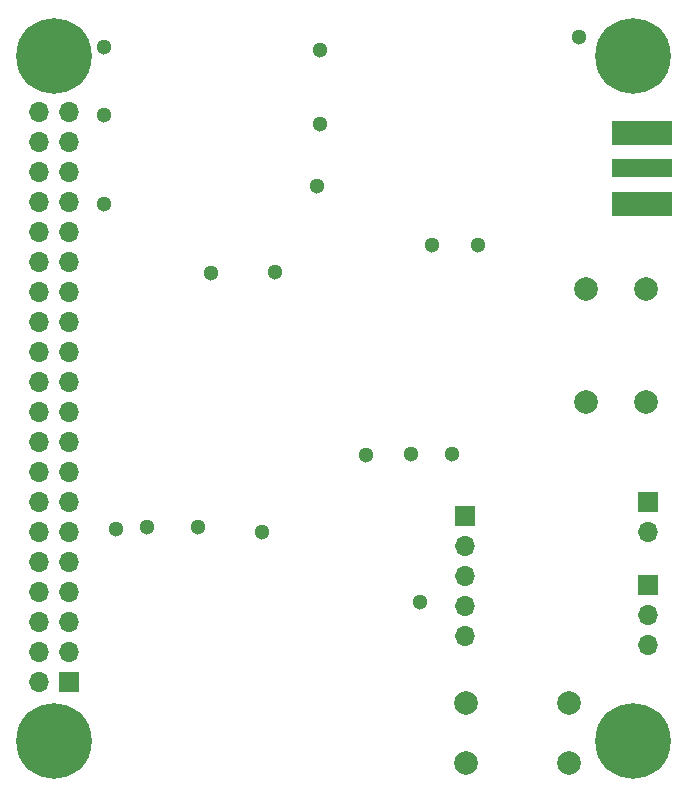
<source format=gbs>
G04 #@! TF.GenerationSoftware,KiCad,Pcbnew,(5.1.4)-1*
G04 #@! TF.CreationDate,2020-03-14T18:34:21+01:00*
G04 #@! TF.ProjectId,rf-receiver,72662d72-6563-4656-9976-65722e6b6963,Rev 2*
G04 #@! TF.SameCoordinates,Original*
G04 #@! TF.FileFunction,Soldermask,Bot*
G04 #@! TF.FilePolarity,Negative*
%FSLAX46Y46*%
G04 Gerber Fmt 4.6, Leading zero omitted, Abs format (unit mm)*
G04 Created by KiCad (PCBNEW (5.1.4)-1) date 2020-03-14 18:34:21*
%MOMM*%
%LPD*%
G04 APERTURE LIST*
%ADD10C,1.300000*%
%ADD11C,6.400000*%
%ADD12R,5.080000X2.000000*%
%ADD13R,5.080000X1.500000*%
%ADD14C,2.000000*%
%ADD15O,1.700000X1.700000*%
%ADD16R,1.700000X1.700000*%
G04 APERTURE END LIST*
D10*
X123400000Y-59600000D03*
X109200000Y-94900000D03*
X97700000Y-79500000D03*
X92300000Y-79600000D03*
X83250000Y-73750000D03*
X83250000Y-66250000D03*
X83250000Y-60500000D03*
X110000000Y-107500000D03*
X105400000Y-95000000D03*
X112700000Y-94900000D03*
X91200000Y-101150000D03*
X86900000Y-101150000D03*
X101500000Y-60750000D03*
X101250000Y-72250000D03*
X96600000Y-101500000D03*
X114900000Y-77250000D03*
X111000000Y-77250000D03*
X101500000Y-67000000D03*
X84250000Y-101300000D03*
D11*
X79000000Y-119250000D03*
X128000000Y-119250000D03*
X128000000Y-61250000D03*
X79000000Y-61250000D03*
D12*
X128750000Y-67750000D03*
X128750000Y-73750000D03*
D13*
X128750000Y-70750000D03*
D14*
X122600000Y-121080000D03*
X122600000Y-116000000D03*
X129080000Y-90500000D03*
X124000000Y-90500000D03*
X129080000Y-81000000D03*
X124000000Y-81000000D03*
X113900000Y-121080000D03*
X113900000Y-116000000D03*
D15*
X129250000Y-101540000D03*
D16*
X129250000Y-99000000D03*
D15*
X113750000Y-110370000D03*
X113750000Y-107830000D03*
X113750000Y-105290000D03*
X113750000Y-102750000D03*
D16*
X113750000Y-100210000D03*
D15*
X77710000Y-65990000D03*
X80250000Y-65990000D03*
X77710000Y-68530000D03*
X80250000Y-68530000D03*
X77710000Y-71070000D03*
X80250000Y-71070000D03*
X77710000Y-73610000D03*
X80250000Y-73610000D03*
X77710000Y-76150000D03*
X80250000Y-76150000D03*
X77710000Y-78690000D03*
X80250000Y-78690000D03*
X77710000Y-81230000D03*
X80250000Y-81230000D03*
X77710000Y-83770000D03*
X80250000Y-83770000D03*
X77710000Y-86310000D03*
X80250000Y-86310000D03*
X77710000Y-88850000D03*
X80250000Y-88850000D03*
X77710000Y-91390000D03*
X80250000Y-91390000D03*
X77710000Y-93930000D03*
X80250000Y-93930000D03*
X77710000Y-96470000D03*
X80250000Y-96470000D03*
X77710000Y-99010000D03*
X80250000Y-99010000D03*
X77710000Y-101550000D03*
X80250000Y-101550000D03*
X77710000Y-104090000D03*
X80250000Y-104090000D03*
X77710000Y-106630000D03*
X80250000Y-106630000D03*
X77710000Y-109170000D03*
X80250000Y-109170000D03*
X77710000Y-111710000D03*
X80250000Y-111710000D03*
X77710000Y-114250000D03*
D16*
X80250000Y-114250000D03*
X129250000Y-106000000D03*
D15*
X129250000Y-108540000D03*
X129250000Y-111080000D03*
M02*

</source>
